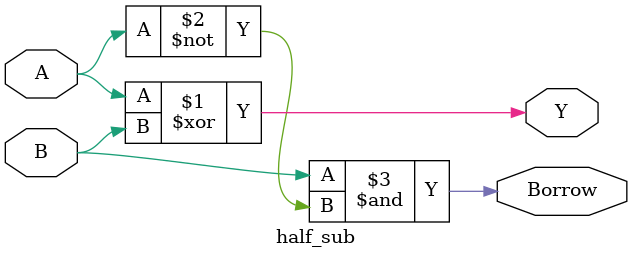
<source format=v>
module half_sub (
    input A,B,
    output Y, Borrow
);

assign Y = A ^ B;
assign Borrow = B & ~A;

endmodule
</source>
